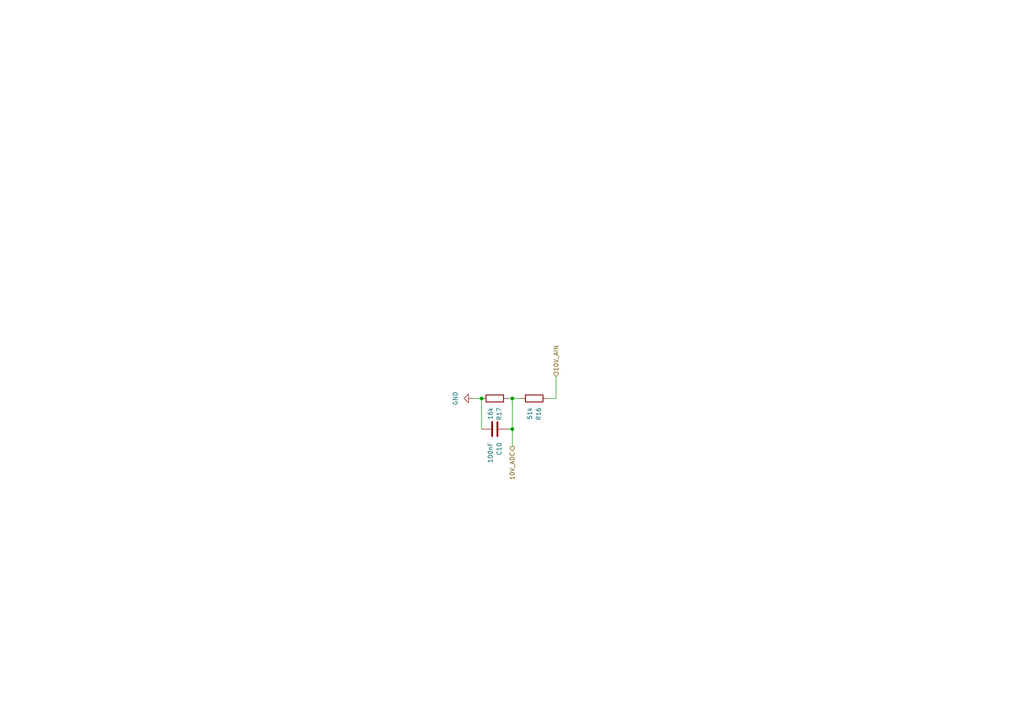
<source format=kicad_sch>
(kicad_sch
	(version 20250114)
	(generator "eeschema")
	(generator_version "9.0")
	(uuid "75d96c7c-c4c9-4ee6-addb-6438632cb428")
	(paper "A4")
	(lib_symbols
		(symbol "Device:C"
			(pin_numbers
				(hide yes)
			)
			(pin_names
				(offset 0.254)
			)
			(exclude_from_sim no)
			(in_bom yes)
			(on_board yes)
			(property "Reference" "C"
				(at 0.635 2.54 0)
				(effects
					(font
						(size 1.27 1.27)
					)
					(justify left)
				)
			)
			(property "Value" "C"
				(at 0.635 -2.54 0)
				(effects
					(font
						(size 1.27 1.27)
					)
					(justify left)
				)
			)
			(property "Footprint" ""
				(at 0.9652 -3.81 0)
				(effects
					(font
						(size 1.27 1.27)
					)
					(hide yes)
				)
			)
			(property "Datasheet" "~"
				(at 0 0 0)
				(effects
					(font
						(size 1.27 1.27)
					)
					(hide yes)
				)
			)
			(property "Description" "Unpolarized capacitor"
				(at 0 0 0)
				(effects
					(font
						(size 1.27 1.27)
					)
					(hide yes)
				)
			)
			(property "ki_keywords" "cap capacitor"
				(at 0 0 0)
				(effects
					(font
						(size 1.27 1.27)
					)
					(hide yes)
				)
			)
			(property "ki_fp_filters" "C_*"
				(at 0 0 0)
				(effects
					(font
						(size 1.27 1.27)
					)
					(hide yes)
				)
			)
			(symbol "C_0_1"
				(polyline
					(pts
						(xy -2.032 0.762) (xy 2.032 0.762)
					)
					(stroke
						(width 0.508)
						(type default)
					)
					(fill
						(type none)
					)
				)
				(polyline
					(pts
						(xy -2.032 -0.762) (xy 2.032 -0.762)
					)
					(stroke
						(width 0.508)
						(type default)
					)
					(fill
						(type none)
					)
				)
			)
			(symbol "C_1_1"
				(pin passive line
					(at 0 3.81 270)
					(length 2.794)
					(name "~"
						(effects
							(font
								(size 1.27 1.27)
							)
						)
					)
					(number "1"
						(effects
							(font
								(size 1.27 1.27)
							)
						)
					)
				)
				(pin passive line
					(at 0 -3.81 90)
					(length 2.794)
					(name "~"
						(effects
							(font
								(size 1.27 1.27)
							)
						)
					)
					(number "2"
						(effects
							(font
								(size 1.27 1.27)
							)
						)
					)
				)
			)
			(embedded_fonts no)
		)
		(symbol "Device:R"
			(pin_numbers
				(hide yes)
			)
			(pin_names
				(offset 0)
			)
			(exclude_from_sim no)
			(in_bom yes)
			(on_board yes)
			(property "Reference" "R"
				(at 2.032 0 90)
				(effects
					(font
						(size 1.27 1.27)
					)
				)
			)
			(property "Value" "R"
				(at 0 0 90)
				(effects
					(font
						(size 1.27 1.27)
					)
				)
			)
			(property "Footprint" ""
				(at -1.778 0 90)
				(effects
					(font
						(size 1.27 1.27)
					)
					(hide yes)
				)
			)
			(property "Datasheet" "~"
				(at 0 0 0)
				(effects
					(font
						(size 1.27 1.27)
					)
					(hide yes)
				)
			)
			(property "Description" "Resistor"
				(at 0 0 0)
				(effects
					(font
						(size 1.27 1.27)
					)
					(hide yes)
				)
			)
			(property "ki_keywords" "R res resistor"
				(at 0 0 0)
				(effects
					(font
						(size 1.27 1.27)
					)
					(hide yes)
				)
			)
			(property "ki_fp_filters" "R_*"
				(at 0 0 0)
				(effects
					(font
						(size 1.27 1.27)
					)
					(hide yes)
				)
			)
			(symbol "R_0_1"
				(rectangle
					(start -1.016 -2.54)
					(end 1.016 2.54)
					(stroke
						(width 0.254)
						(type default)
					)
					(fill
						(type none)
					)
				)
			)
			(symbol "R_1_1"
				(pin passive line
					(at 0 3.81 270)
					(length 1.27)
					(name "~"
						(effects
							(font
								(size 1.27 1.27)
							)
						)
					)
					(number "1"
						(effects
							(font
								(size 1.27 1.27)
							)
						)
					)
				)
				(pin passive line
					(at 0 -3.81 90)
					(length 1.27)
					(name "~"
						(effects
							(font
								(size 1.27 1.27)
							)
						)
					)
					(number "2"
						(effects
							(font
								(size 1.27 1.27)
							)
						)
					)
				)
			)
			(embedded_fonts no)
		)
		(symbol "power:GND"
			(power)
			(pin_numbers
				(hide yes)
			)
			(pin_names
				(offset 0)
				(hide yes)
			)
			(exclude_from_sim no)
			(in_bom yes)
			(on_board yes)
			(property "Reference" "#PWR"
				(at 0 -6.35 0)
				(effects
					(font
						(size 1.27 1.27)
					)
					(hide yes)
				)
			)
			(property "Value" "GND"
				(at 0 -3.81 0)
				(effects
					(font
						(size 1.27 1.27)
					)
				)
			)
			(property "Footprint" ""
				(at 0 0 0)
				(effects
					(font
						(size 1.27 1.27)
					)
					(hide yes)
				)
			)
			(property "Datasheet" ""
				(at 0 0 0)
				(effects
					(font
						(size 1.27 1.27)
					)
					(hide yes)
				)
			)
			(property "Description" "Power symbol creates a global label with name \"GND\" , ground"
				(at 0 0 0)
				(effects
					(font
						(size 1.27 1.27)
					)
					(hide yes)
				)
			)
			(property "ki_keywords" "global power"
				(at 0 0 0)
				(effects
					(font
						(size 1.27 1.27)
					)
					(hide yes)
				)
			)
			(symbol "GND_0_1"
				(polyline
					(pts
						(xy 0 0) (xy 0 -1.27) (xy 1.27 -1.27) (xy 0 -2.54) (xy -1.27 -1.27) (xy 0 -1.27)
					)
					(stroke
						(width 0)
						(type default)
					)
					(fill
						(type none)
					)
				)
			)
			(symbol "GND_1_1"
				(pin power_in line
					(at 0 0 270)
					(length 0)
					(name "~"
						(effects
							(font
								(size 1.27 1.27)
							)
						)
					)
					(number "1"
						(effects
							(font
								(size 1.27 1.27)
							)
						)
					)
				)
			)
			(embedded_fonts no)
		)
	)
	(junction
		(at 139.7 115.57)
		(diameter 0)
		(color 0 0 0 0)
		(uuid "576a65af-900e-4043-8456-50273e3d8a26")
	)
	(junction
		(at 148.59 115.57)
		(diameter 0)
		(color 0 0 0 0)
		(uuid "6fdbda12-2814-44bb-bc25-35c12aed7461")
	)
	(junction
		(at 148.59 124.46)
		(diameter 0)
		(color 0 0 0 0)
		(uuid "c58e4f90-ef83-46fd-989e-86b66d0de625")
	)
	(wire
		(pts
			(xy 151.13 115.57) (xy 148.59 115.57)
		)
		(stroke
			(width 0)
			(type default)
		)
		(uuid "0cdec24f-0387-4dd5-bf3b-ce2fd8d22981")
	)
	(wire
		(pts
			(xy 148.59 124.46) (xy 148.59 129.54)
		)
		(stroke
			(width 0)
			(type default)
		)
		(uuid "142b1068-d977-4fc5-99b3-d4fe0a3b1dc4")
	)
	(wire
		(pts
			(xy 139.7 115.57) (xy 137.16 115.57)
		)
		(stroke
			(width 0)
			(type default)
		)
		(uuid "15cbce29-89b1-4768-ace9-a02455e8275a")
	)
	(wire
		(pts
			(xy 161.29 115.57) (xy 158.75 115.57)
		)
		(stroke
			(width 0)
			(type default)
		)
		(uuid "1a57fc18-aa71-4809-ac90-694f7eb5ba83")
	)
	(wire
		(pts
			(xy 148.59 124.46) (xy 147.32 124.46)
		)
		(stroke
			(width 0)
			(type default)
		)
		(uuid "4c49268d-67fe-4feb-8976-a2a835e1c165")
	)
	(wire
		(pts
			(xy 148.59 115.57) (xy 148.59 124.46)
		)
		(stroke
			(width 0)
			(type default)
		)
		(uuid "6ee47fe6-e151-43a5-a970-338c4a95a2f5")
	)
	(wire
		(pts
			(xy 161.29 109.22) (xy 161.29 115.57)
		)
		(stroke
			(width 0)
			(type default)
		)
		(uuid "7cdee398-54ea-46b0-8126-dfe721c6c452")
	)
	(wire
		(pts
			(xy 139.7 115.57) (xy 139.7 124.46)
		)
		(stroke
			(width 0)
			(type default)
		)
		(uuid "9775a3c1-7f21-48e0-8c60-60e223360b33")
	)
	(wire
		(pts
			(xy 148.59 115.57) (xy 147.32 115.57)
		)
		(stroke
			(width 0)
			(type default)
		)
		(uuid "feddcf5d-6552-4fbd-928b-b106d16b1e32")
	)
	(hierarchical_label "10V_ADC"
		(shape output)
		(at 148.59 129.54 270)
		(effects
			(font
				(size 1.27 1.27)
			)
			(justify right)
		)
		(uuid "09d10ce5-f483-4679-bde3-2ab585f65a5b")
	)
	(hierarchical_label "10V_AIN"
		(shape input)
		(at 161.29 109.22 90)
		(effects
			(font
				(size 1.27 1.27)
			)
			(justify left)
		)
		(uuid "64c87776-cb88-49af-af64-22542e4cdc0d")
	)
	(symbol
		(lib_id "Device:R")
		(at 143.51 115.57 270)
		(unit 1)
		(exclude_from_sim no)
		(in_bom yes)
		(on_board yes)
		(dnp no)
		(fields_autoplaced yes)
		(uuid "6a307f0c-dec4-453f-9a66-7cfa4624acbb")
		(property "Reference" "R17"
			(at 144.7801 118.11 0)
			(effects
				(font
					(size 1.27 1.27)
				)
				(justify left)
			)
		)
		(property "Value" "16k"
			(at 142.2401 118.11 0)
			(effects
				(font
					(size 1.27 1.27)
				)
				(justify left)
			)
		)
		(property "Footprint" ""
			(at 143.51 113.792 90)
			(effects
				(font
					(size 1.27 1.27)
				)
				(hide yes)
			)
		)
		(property "Datasheet" "~"
			(at 143.51 115.57 0)
			(effects
				(font
					(size 1.27 1.27)
				)
				(hide yes)
			)
		)
		(property "Description" "Resistor"
			(at 143.51 115.57 0)
			(effects
				(font
					(size 1.27 1.27)
				)
				(hide yes)
			)
		)
		(pin "1"
			(uuid "3720cc91-0a95-4030-90c2-6dc97c8656d3")
		)
		(pin "2"
			(uuid "9e5d8863-e5a3-42a4-9962-82d039142733")
		)
		(instances
			(project "NIVARA"
				(path "/8290cc18-06d0-4e02-a781-29a61ebc321a/9e4d7a0c-a5eb-4e88-9036-0c35e68b279a/8c13851c-1f51-45db-a0c3-d4fd67e1b6ee"
					(reference "R17")
					(unit 1)
				)
			)
		)
	)
	(symbol
		(lib_id "Device:C")
		(at 143.51 124.46 270)
		(unit 1)
		(exclude_from_sim no)
		(in_bom yes)
		(on_board yes)
		(dnp no)
		(fields_autoplaced yes)
		(uuid "709f7130-a31b-4f07-b5d5-e5606b340b6b")
		(property "Reference" "C10"
			(at 144.7801 128.27 0)
			(effects
				(font
					(size 1.27 1.27)
				)
				(justify left)
			)
		)
		(property "Value" "100nF"
			(at 142.2401 128.27 0)
			(effects
				(font
					(size 1.27 1.27)
				)
				(justify left)
			)
		)
		(property "Footprint" ""
			(at 139.7 125.4252 0)
			(effects
				(font
					(size 1.27 1.27)
				)
				(hide yes)
			)
		)
		(property "Datasheet" "~"
			(at 143.51 124.46 0)
			(effects
				(font
					(size 1.27 1.27)
				)
				(hide yes)
			)
		)
		(property "Description" "Unpolarized capacitor"
			(at 143.51 124.46 0)
			(effects
				(font
					(size 1.27 1.27)
				)
				(hide yes)
			)
		)
		(pin "2"
			(uuid "795bd637-9872-4534-952e-73b2cb649aa6")
		)
		(pin "1"
			(uuid "59af38fd-916a-41c4-9e07-577ecf7bd300")
		)
		(instances
			(project "NIVARA"
				(path "/8290cc18-06d0-4e02-a781-29a61ebc321a/9e4d7a0c-a5eb-4e88-9036-0c35e68b279a/8c13851c-1f51-45db-a0c3-d4fd67e1b6ee"
					(reference "C10")
					(unit 1)
				)
			)
		)
	)
	(symbol
		(lib_id "power:GND")
		(at 137.16 115.57 270)
		(unit 1)
		(exclude_from_sim no)
		(in_bom yes)
		(on_board yes)
		(dnp no)
		(fields_autoplaced yes)
		(uuid "8926991f-06cf-4f9f-85d6-9ca4892d599e")
		(property "Reference" "#PWR041"
			(at 130.81 115.57 0)
			(effects
				(font
					(size 1.27 1.27)
				)
				(hide yes)
			)
		)
		(property "Value" "GND"
			(at 132.08 115.57 0)
			(effects
				(font
					(size 1.27 1.27)
				)
			)
		)
		(property "Footprint" ""
			(at 137.16 115.57 0)
			(effects
				(font
					(size 1.27 1.27)
				)
				(hide yes)
			)
		)
		(property "Datasheet" ""
			(at 137.16 115.57 0)
			(effects
				(font
					(size 1.27 1.27)
				)
				(hide yes)
			)
		)
		(property "Description" "Power symbol creates a global label with name \"GND\" , ground"
			(at 137.16 115.57 0)
			(effects
				(font
					(size 1.27 1.27)
				)
				(hide yes)
			)
		)
		(pin "1"
			(uuid "b6ed84ca-a022-4d89-92f5-831e034772cc")
		)
		(instances
			(project "NIVARA"
				(path "/8290cc18-06d0-4e02-a781-29a61ebc321a/9e4d7a0c-a5eb-4e88-9036-0c35e68b279a/8c13851c-1f51-45db-a0c3-d4fd67e1b6ee"
					(reference "#PWR041")
					(unit 1)
				)
			)
		)
	)
	(symbol
		(lib_id "Device:R")
		(at 154.94 115.57 270)
		(unit 1)
		(exclude_from_sim no)
		(in_bom yes)
		(on_board yes)
		(dnp no)
		(fields_autoplaced yes)
		(uuid "a15be0c1-3e2a-410a-887a-3ed22ce54612")
		(property "Reference" "R16"
			(at 156.2101 118.11 0)
			(effects
				(font
					(size 1.27 1.27)
				)
				(justify left)
			)
		)
		(property "Value" "51k"
			(at 153.6701 118.11 0)
			(effects
				(font
					(size 1.27 1.27)
				)
				(justify left)
			)
		)
		(property "Footprint" ""
			(at 154.94 113.792 90)
			(effects
				(font
					(size 1.27 1.27)
				)
				(hide yes)
			)
		)
		(property "Datasheet" "~"
			(at 154.94 115.57 0)
			(effects
				(font
					(size 1.27 1.27)
				)
				(hide yes)
			)
		)
		(property "Description" "Resistor"
			(at 154.94 115.57 0)
			(effects
				(font
					(size 1.27 1.27)
				)
				(hide yes)
			)
		)
		(pin "1"
			(uuid "417cd5e0-28e5-40a8-abf3-c874f604d0f0")
		)
		(pin "2"
			(uuid "feaa00ac-7655-494f-913b-45ccb5b8515f")
		)
		(instances
			(project "NIVARA"
				(path "/8290cc18-06d0-4e02-a781-29a61ebc321a/9e4d7a0c-a5eb-4e88-9036-0c35e68b279a/8c13851c-1f51-45db-a0c3-d4fd67e1b6ee"
					(reference "R16")
					(unit 1)
				)
			)
		)
	)
)

</source>
